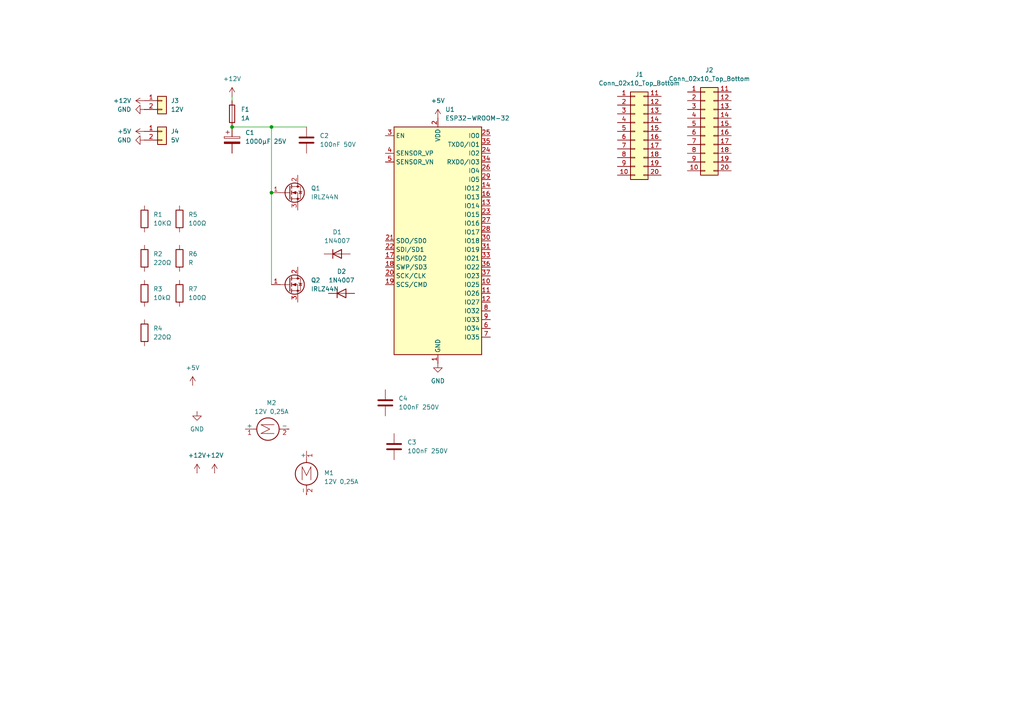
<source format=kicad_sch>
(kicad_sch (version 20250114) (generator "eeschema") (generator_version "9.0")
  (paper "A4")
  (lib_symbols
    (symbol "Connector_Generic:Conn_01x02" (pin_names (offset 1.016) (hide yes))
      (property "Reference" "J" (at 0 2.54 0))
      (property "Value" "Conn_01x02" (at 0 -5.08 0))
      (symbol "Conn_01x02_1_1"
        (rectangle (start -1.27 1.27) (end 1.27 -3.81) (stroke (width 0.254)) (fill (type background)))
        (rectangle (start -1.27 0.127) (end 0 -0.127) (stroke (width 0.1524)))
        (rectangle (start -1.27 -2.413) (end 0 -2.667) (stroke (width 0.1524)))
        (pin passive line (at -5.08 0 0) (length 3.81) (name "Pin_1") (number "1"))
        (pin passive line (at -5.08 -2.54 0) (length 3.81) (name "Pin_2") (number "2"))
      )
    )
    (symbol "Connector_Generic:Conn_02x10_Top_Bottom" (pin_names (offset 1.016) (hide yes))
      (property "Reference" "J" (at 1.27 12.7 0))
      (property "Value" "Conn_02x10_Top_Bottom" (at 1.27 -15.24 0))
      (symbol "Conn_02x10_Top_Bottom_1_1"
        (rectangle (start -1.27 11.43) (end 3.81 -13.97) (stroke (width 0.254)) (fill (type background)))
        (rectangle (start -1.27 10.287) (end 0 10.033) (stroke (width 0.1524)))
        (rectangle (start -1.27 7.747) (end 0 7.493) (stroke (width 0.1524)))
        (rectangle (start -1.27 5.207) (end 0 4.953) (stroke (width 0.1524)))
        (rectangle (start -1.27 2.667) (end 0 2.413) (stroke (width 0.1524)))
        (rectangle (start -1.27 0.127) (end 0 -0.127) (stroke (width 0.1524)))
        (rectangle (start -1.27 -2.413) (end 0 -2.667) (stroke (width 0.1524)))
        (rectangle (start -1.27 -4.953) (end 0 -5.207) (stroke (width 0.1524)))
        (rectangle (start -1.27 -7.493) (end 0 -7.747) (stroke (width 0.1524)))
        (rectangle (start -1.27 -10.033) (end 0 -10.287) (stroke (width 0.1524)))
        (rectangle (start -1.27 -12.573) (end 0 -12.827) (stroke (width 0.1524)))
        (rectangle (start 3.81 10.287) (end 2.54 10.033) (stroke (width 0.1524)))
        (rectangle (start 3.81 7.747) (end 2.54 7.493) (stroke (width 0.1524)))
        (rectangle (start 3.81 5.207) (end 2.54 4.953) (stroke (width 0.1524)))
        (rectangle (start 3.81 2.667) (end 2.54 2.413) (stroke (width 0.1524)))
        (rectangle (start 3.81 0.127) (end 2.54 -0.127) (stroke (width 0.1524)))
        (rectangle (start 3.81 -2.413) (end 2.54 -2.667) (stroke (width 0.1524)))
        (rectangle (start 3.81 -4.953) (end 2.54 -5.207) (stroke (width 0.1524)))
        (rectangle (start 3.81 -7.493) (end 2.54 -7.747) (stroke (width 0.1524)))
        (rectangle (start 3.81 -10.033) (end 2.54 -10.287) (stroke (width 0.1524)))
        (rectangle (start 3.81 -12.573) (end 2.54 -12.827) (stroke (width 0.1524)))
        (pin passive line (at -5.08 10.16 0) (length 3.81) (name "Pin_1") (number "1"))
        (pin passive line (at -5.08 7.62 0) (length 3.81) (name "Pin_2") (number "2"))
        (pin passive line (at -5.08 5.08 0) (length 3.81) (name "Pin_3") (number "3"))
        (pin passive line (at -5.08 2.54 0) (length 3.81) (name "Pin_4") (number "4"))
        (pin passive line (at -5.08 0 0) (length 3.81) (name "Pin_5") (number "5"))
        (pin passive line (at -5.08 -2.54 0) (length 3.81) (name "Pin_6") (number "6"))
        (pin passive line (at -5.08 -5.08 0) (length 3.81) (name "Pin_7") (number "7"))
        (pin passive line (at -5.08 -7.62 0) (length 3.81) (name "Pin_8") (number "8"))
        (pin passive line (at -5.08 -10.16 0) (length 3.81) (name "Pin_9") (number "9"))
        (pin passive line (at -5.08 -12.7 0) (length 3.81) (name "Pin_10") (number "10"))
        (pin passive line (at 7.62 10.16 180) (length 3.81) (name "Pin_11") (number "11"))
        (pin passive line (at 7.62 7.62 180) (length 3.81) (name "Pin_12") (number "12"))
        (pin passive line (at 7.62 5.08 180) (length 3.81) (name "Pin_13") (number "13"))
        (pin passive line (at 7.62 2.54 180) (length 3.81) (name "Pin_14") (number "14"))
        (pin passive line (at 7.62 0 180) (length 3.81) (name "Pin_15") (number "15"))
        (pin passive line (at 7.62 -2.54 180) (length 3.81) (name "Pin_16") (number "16"))
        (pin passive line (at 7.62 -5.08 180) (length 3.81) (name "Pin_17") (number "17"))
        (pin passive line (at 7.62 -7.62 180) (length 3.81) (name "Pin_18") (number "18"))
        (pin passive line (at 7.62 -10.16 180) (length 3.81) (name "Pin_19") (number "19"))
        (pin passive line (at 7.62 -12.7 180) (length 3.81) (name "Pin_20") (number "20"))
      )
    )
    (symbol "Device:C" (pin_numbers (hide yes)) (pin_names (offset 0.254))
      (property "Reference" "C" (at 0.635 2.54 0))
      (property "Value" "C" (at 0.635 -2.54 0))
      (symbol "C_0_1"
        (polyline (pts (xy -2.032 0.762) (xy 2.032 0.762)) (stroke (width 0.508)))
        (polyline (pts (xy -2.032 -0.762) (xy 2.032 -0.762)) (stroke (width 0.508)))
      )
      (symbol "C_1_1"
        (pin passive line (at 0 3.81 270) (length 2.794) (name "~") (number "1"))
        (pin passive line (at 0 -3.81 90) (length 2.794) (name "~") (number "2"))
      )
    )
    (symbol "Device:C_Polarized" (pin_numbers (hide yes)) (pin_names (offset 0.254))
      (property "Reference" "C" (at 0.635 2.54 0))
      (property "Value" "C_Polarized" (at 0.635 -2.54 0))
      (symbol "C_Polarized_0_1"
        (rectangle (start -2.286 0.508) (end 2.286 1.016))
        (polyline (pts (xy -1.778 2.286) (xy -0.762 2.286)))
        (polyline (pts (xy -1.27 2.794) (xy -1.27 1.778)))
        (rectangle (start 2.286 -0.508) (end -2.286 -1.016) (fill (type outline)))
      )
      (symbol "C_Polarized_1_1"
        (pin passive line (at 0 3.81 270) (length 2.794) (name "~") (number "1"))
        (pin passive line (at 0 -3.81 90) (length 2.794) (name "~") (number "2"))
      )
    )
    (symbol "Device:Fuse" (pin_numbers (hide yes)) (pin_names (offset 0))
      (property "Reference" "F" (at 2.032 0 90))
      (property "Value" "Fuse" (at -1.905 0 90))
      (symbol "Fuse_0_1"
        (rectangle (start -0.762 -2.54) (end 0.762 2.54) (stroke (width 0.254)))
        (polyline (pts (xy 0 2.54) (xy 0 -2.54)))
      )
      (symbol "Fuse_1_1"
        (pin passive line (at 0 3.81 270) (length 1.27) (name "~") (number "1"))
        (pin passive line (at 0 -3.81 90) (length 1.27) (name "~") (number "2"))
      )
    )
    (symbol "Device:R" (pin_numbers (hide yes)) (pin_names (offset 0))
      (property "Reference" "R" (at 2.032 0 90))
      (property "Value" "R" (at 0 0 90))
      (symbol "R_0_1"
        (rectangle (start -1.016 -2.54) (end 1.016 2.54) (stroke (width 0.254)))
      )
      (symbol "R_1_1"
        (pin passive line (at 0 3.81 270) (length 1.27) (name "~") (number "1"))
        (pin passive line (at 0 -3.81 90) (length 1.27) (name "~") (number "2"))
      )
    )
    (symbol "Diode:1N4007" (pin_numbers (hide yes)) (pin_names (hide yes))
      (property "Reference" "D" (at 0 2.54 0))
      (property "Value" "1N4007" (at 0 -2.54 0))
      (symbol "1N4007_0_1"
        (polyline (pts (xy -1.27 1.27) (xy -1.27 -1.27)) (stroke (width 0.254)))
        (polyline (pts (xy 1.27 1.27) (xy 1.27 -1.27) (xy -1.27 0) (xy 1.27 1.27)) (stroke (width 0.254)))
        (polyline (pts (xy 1.27 0) (xy -1.27 0)))
      )
      (symbol "1N4007_1_1"
        (pin passive line (at -3.81 0 0) (length 2.54) (name "K") (number "1"))
        (pin passive line (at 3.81 0 180) (length 2.54) (name "A") (number "2"))
      )
    )
    (symbol "Motor:Motor_DC" (pin_names (offset 0))
      (property "Reference" "M" (at 2.54 2.54 0))
      (property "Value" "Motor_DC" (at 2.54 -5.08 0))
      (symbol "Motor_DC_0_0"
        (polyline (pts (xy -1.27 -3.302) (xy -1.27 0.508) (xy 0 -2.032) (xy 1.27 0.508) (xy 1.27 -3.302)))
      )
      (symbol "Motor_DC_0_1"
        (polyline (pts (xy 0 2.032) (xy 0 2.54)))
        (polyline (pts (xy 0 1.7272) (xy 0 2.0828)))
        (circle (center 0 -1.524) (radius 3.2512) (stroke (width 0.254)))
        (polyline (pts (xy 0 -4.7752) (xy 0 -5.1816)))
        (polyline (pts (xy 0 -7.62) (xy 0 -7.112)))
      )
      (symbol "Motor_DC_1_1"
        (pin passive line (at 0 5.08 270) (length 2.54) (name "+") (number "1"))
        (pin passive line (at 0 -7.62 90) (length 2.54) (name "-") (number "2"))
      )
    )
    (symbol "RF_Module:ESP32-WROOM-32"
      (property "Reference" "U" (at -12.7 34.29 0))
      (property "Value" "ESP32-WROOM-32" (at 1.27 34.29 0))
      (symbol "ESP32-WROOM-32_0_1"
        (rectangle (start -12.7 33.02) (end 12.7 -33.02) (stroke (width 0.254)) (fill (type background)))
      )
      (symbol "ESP32-WROOM-32_1_1"
        (pin input line (at -15.24 30.48 0) (length 2.54) (name "EN") (number "3"))
        (pin input line (at -15.24 25.4 0) (length 2.54) (name "SENSOR_VP") (number "4"))
        (pin input line (at -15.24 22.86 0) (length 2.54) (name "SENSOR_VN") (number "5"))
        (pin bidirectional line (at -15.24 0 0) (length 2.54) (name "SDO/SD0") (number "21"))
        (pin bidirectional line (at -15.24 -2.54 0) (length 2.54) (name "SDI/SD1") (number "22"))
        (pin bidirectional line (at -15.24 -5.08 0) (length 2.54) (name "SHD/SD2") (number "17"))
        (pin bidirectional line (at -15.24 -7.62 0) (length 2.54) (name "SWP/SD3") (number "18"))
        (pin bidirectional line (at -15.24 -10.16 0) (length 2.54) (name "SCK/CLK") (number "20"))
        (pin bidirectional line (at -15.24 -12.7 0) (length 2.54) (name "SCS/CMD") (number "19"))
        (pin no_connect line (at -12.7 -27.94 0) (length 2.54) (hide yes) (name "NC") (number "32"))
        (pin power_in line (at 0 35.56 270) (length 2.54) (name "VDD") (number "2"))
        (pin power_in line (at 0 -35.56 90) (length 2.54) (name "GND") (number "1"))
        (pin passive line (at 0 -35.56 90) (length 2.54) (hide yes) (name "GND") (number "15"))
        (pin passive line (at 0 -35.56 90) (length 2.54) (hide yes) (name "GND") (number "38"))
        (pin passive line (at 0 -35.56 90) (length 2.54) (hide yes) (name "GND") (number "39"))
        (pin bidirectional line (at 15.24 30.48 180) (length 2.54) (name "IO0") (number "25"))
        (pin bidirectional line (at 15.24 27.94 180) (length 2.54) (name "TXD0/IO1") (number "35"))
        (pin bidirectional line (at 15.24 25.4 180) (length 2.54) (name "IO2") (number "24"))
        (pin bidirectional line (at 15.24 22.86 180) (length 2.54) (name "RXD0/IO3") (number "34"))
        (pin bidirectional line (at 15.24 20.32 180) (length 2.54) (name "IO4") (number "26"))
        (pin bidirectional line (at 15.24 17.78 180) (length 2.54) (name "IO5") (number "29"))
        (pin bidirectional line (at 15.24 15.24 180) (length 2.54) (name "IO12") (number "14"))
        (pin bidirectional line (at 15.24 12.7 180) (length 2.54) (name "IO13") (number "16"))
        (pin bidirectional line (at 15.24 10.16 180) (length 2.54) (name "IO14") (number "13"))
        (pin bidirectional line (at 15.24 7.62 180) (length 2.54) (name "IO15") (number "23"))
        (pin bidirectional line (at 15.24 5.08 180) (length 2.54) (name "IO16") (number "27"))
        (pin bidirectional line (at 15.24 2.54 180) (length 2.54) (name "IO17") (number "28"))
        (pin bidirectional line (at 15.24 0 180) (length 2.54) (name "IO18") (number "30"))
        (pin bidirectional line (at 15.24 -2.54 180) (length 2.54) (name "IO19") (number "31"))
        (pin bidirectional line (at 15.24 -5.08 180) (length 2.54) (name "IO21") (number "33"))
        (pin bidirectional line (at 15.24 -7.62 180) (length 2.54) (name "IO22") (number "36"))
        (pin bidirectional line (at 15.24 -10.16 180) (length 2.54) (name "IO23") (number "37"))
        (pin bidirectional line (at 15.24 -12.7 180) (length 2.54) (name "IO25") (number "10"))
        (pin bidirectional line (at 15.24 -15.24 180) (length 2.54) (name "IO26") (number "11"))
        (pin bidirectional line (at 15.24 -17.78 180) (length 2.54) (name "IO27") (number "12"))
        (pin bidirectional line (at 15.24 -20.32 180) (length 2.54) (name "IO32") (number "8"))
        (pin bidirectional line (at 15.24 -22.86 180) (length 2.54) (name "IO33") (number "9"))
        (pin input line (at 15.24 -25.4 180) (length 2.54) (name "IO34") (number "6"))
        (pin input line (at 15.24 -27.94 180) (length 2.54) (name "IO35") (number "7"))
      )
    )
    (symbol "Transistor_FET:IRLZ44N" (pin_names (hide yes))
      (property "Reference" "Q" (at 5.08 1.905 0))
      (property "Value" "IRLZ44N" (at 5.08 0 0))
      (symbol "IRLZ44N_0_1"
        (polyline (pts (xy 0.254 1.905) (xy 0.254 -1.905)) (stroke (width 0.254)))
        (polyline (pts (xy 0.254 0) (xy -2.54 0)))
        (polyline (pts (xy 0.762 2.286) (xy 0.762 1.27)) (stroke (width 0.254)))
        (polyline (pts (xy 0.762 0.508) (xy 0.762 -0.508)) (stroke (width 0.254)))
        (polyline (pts (xy 0.762 -1.27) (xy 0.762 -2.286)) (stroke (width 0.254)))
        (polyline (pts (xy 0.762 -1.778) (xy 3.302 -1.778) (xy 3.302 1.778) (xy 0.762 1.778)))
        (polyline (pts (xy 1.016 0) (xy 2.032 0.381) (xy 2.032 -0.381) (xy 1.016 0)) (fill (type outline)))
        (circle (center 1.651 0) (radius 2.794) (stroke (width 0.254)))
        (polyline (pts (xy 2.54 2.54) (xy 2.54 1.778)))
        (circle (center 2.54 1.778) (radius 0.254) (fill (type outline)))
        (circle (center 2.54 -1.778) (radius 0.254) (fill (type outline)))
        (polyline (pts (xy 2.54 -2.54) (xy 2.54 0) (xy 0.762 0)))
        (polyline (pts (xy 2.794 0.508) (xy 2.921 0.381) (xy 3.683 0.381) (xy 3.81 0.254)))
        (polyline (pts (xy 3.302 0.381) (xy 2.921 -0.254) (xy 3.683 -0.254) (xy 3.302 0.381)))
      )
      (symbol "IRLZ44N_1_1"
        (pin input line (at -5.08 0 0) (length 2.54) (name "G") (number "1"))
        (pin passive line (at 2.54 5.08 270) (length 2.54) (name "D") (number "2"))
        (pin passive line (at 2.54 -5.08 90) (length 2.54) (name "S") (number "3"))
      )
    )
    (symbol "power:+12V" (power) (pin_numbers (hide yes)) (pin_names (offset 0) (hide yes))
      (property "Value" "+12V" (at 0 3.556 0))
      (symbol "+12V_0_1"
        (polyline (pts (xy -0.762 1.27) (xy 0 2.54)))
        (polyline (pts (xy 0 2.54) (xy 0.762 1.27)))
        (polyline (pts (xy 0 0) (xy 0 2.54)))
      )
      (symbol "+12V_1_1"
        (pin power_in line (at 0 0 90) (length 0) (name "~") (number "1"))
      )
    )
    (symbol "power:+5V" (power) (pin_numbers (hide yes)) (pin_names (offset 0) (hide yes))
      (property "Value" "+5V" (at 0 3.556 0))
      (symbol "+5V_0_1"
        (polyline (pts (xy -0.762 1.27) (xy 0 2.54)))
        (polyline (pts (xy 0 2.54) (xy 0.762 1.27)))
        (polyline (pts (xy 0 0) (xy 0 2.54)))
      )
      (symbol "+5V_1_1"
        (pin power_in line (at 0 0 90) (length 0) (name "~") (number "1"))
      )
    )
    (symbol "power:GND" (power) (pin_numbers (hide yes)) (pin_names (offset 0) (hide yes))
      (property "Value" "GND" (at 0 -3.81 0))
      (symbol "GND_0_1"
        (polyline (pts (xy 0 0) (xy 0 -1.27) (xy 1.27 -1.27) (xy 0 -2.54) (xy -1.27 -1.27) (xy 0 -1.27)))
      )
      (symbol "GND_1_1"
        (pin power_in line (at 0 0 270) (length 0) (name "~") (number "1"))
      )
    )
  )
  (junction (at 78.74 55.88))
  (junction (at 78.74 36.83))
  (junction (at 67.31 36.83))
  (wire (pts (xy 67.31 29.21) (xy 67.31 27.94)))
  (wire (pts (xy 78.74 36.83) (xy 78.74 55.88)))
  (wire (pts (xy 78.74 36.83) (xy 88.9 36.83)))
  (wire (pts (xy 67.31 36.83) (xy 78.74 36.83)))
  (wire (pts (xy 78.74 55.88) (xy 78.74 82.55)))
  (symbol (lib_id "power:+12V") (at 41.91 29.21 90) (unit 1)
    (property "Reference" "#PWR08" (effects (hide yes)))
    (property "Value" "+12V" (at 38.1 29.2099 90) (effects (justify left)))
    (property "Description" "Power symbol creates a global label with name \"+12V\"" (effects (hide yes)))
  )
  (symbol (lib_id "power:+5V") (at 55.88 111.76 0) (unit 1)
    (property "Reference" "#PWR06" (effects (hide yes)))
    (property "Value" "+5V" (at 55.88 106.68 0))
    (property "Description" "Power symbol creates a global label with name \"+5V\"" (effects (hide yes)))
  )
  (symbol (lib_id "power:+12V") (at 57.15 137.16 0) (unit 1)
    (property "Reference" "#PWR010" (effects (hide yes)))
    (property "Value" "+12V" (at 57.15 132.08 0))
    (property "Description" "Power symbol creates a global label with name \"+12V\"" (effects (hide yes)))
  )
  (symbol (lib_id "power:GND") (at 57.15 119.38 0) (unit 1)
    (property "Reference" "#PWR01" (effects (hide yes)))
    (property "Value" "GND" (at 57.15 124.46 0))
    (property "Description" "Power symbol creates a global label with name \"GND\" , ground" (effects (hide yes)))
  )
  (symbol (lib_id "power:GND") (at 41.91 31.75 270) (unit 1)
    (property "Reference" "#PWR03" (effects (hide yes)))
    (property "Value" "GND" (at 38.1 31.7499 90) (effects (justify right)))
    (property "Description" "Power symbol creates a global label with name \"GND\" , ground" (effects (hide yes)))
  )
  (symbol (lib_id "power:+12V") (at 62.23 137.16 0) (unit 1)
    (property "Reference" "#PWR011" (effects (hide yes)))
    (property "Value" "+12V" (at 62.23 132.08 0))
    (property "Description" "Power symbol creates a global label with name \"+12V\"" (effects (hide yes)))
  )
  (symbol (lib_id "Device:C") (at 114.3 129.54 0) (unit 1)
    (property "Reference" "C3" (at 118.11 128.2699 0) (effects (justify left)))
    (property "Value" "100nF 250V" (at 118.11 130.8099 0) (effects (justify left)))
    (property "Description" "Unpolarized capacitor" (effects (hide yes)))
  )
  (symbol (lib_id "Motor:Motor_DC") (at 88.9 135.89 0) (unit 1)
    (property "Reference" "M1" (at 93.98 137.1599 0) (effects (justify left)))
    (property "Value" "12V 0,25A" (at 93.98 139.6999 0) (effects (justify left)))
    (property "Description" "DC Motor" (effects (hide yes)))
  )
  (symbol (lib_id "RF_Module:ESP32-WROOM-32") (at 127 69.85 0) (unit 1)
    (property "Reference" "U1" (at 129.1433 31.75 0) (effects (justify left)))
    (property "Value" "ESP32-WROOM-32" (at 129.1433 34.29 0) (effects (justify left)))
    (property "Footprint" "RF_Module:ESP32-WROOM-32" (effects (hide yes)))
    (property "Datasheet" "https://www.espressif.com/sites/default/files/documentation/esp32-wroom-32_datasheet_en.pdf" (effects (hide yes)))
    (property "Description" "RF Module, ESP32-D0WDQ6 SoC, Wi-Fi 802.11b/g/n, Bluetooth, BLE, 32-bit, 2.7-3.6V, onboard antenna, SMD" (effects (hide yes)))
  )
  (symbol (lib_id "Connector_Generic:Conn_01x02") (at 46.99 38.1 0) (unit 1)
    (property "Reference" "J4" (at 49.53 38.0999 0) (effects (justify left)))
    (property "Value" "5V" (at 49.53 40.6399 0) (effects (justify left)))
    (property "Description" "Generic connector, single row, 01x02, script generated (kicad-library-utils/schlib/autogen/connector/)" (effects (hide yes)))
  )
  (symbol (lib_id "power:+5V") (at 41.91 38.1 90) (unit 1)
    (property "Reference" "#PWR05" (effects (hide yes)))
    (property "Value" "+5V" (at 38.1 38.0999 90) (effects (justify left)))
    (property "Description" "Power symbol creates a global label with name \"+5V\"" (effects (hide yes)))
  )
  (symbol (lib_id "Device:Fuse") (at 67.31 33.02 0) (unit 1)
    (property "Reference" "F1" (at 69.85 31.7499 0) (effects (justify left)))
    (property "Value" "1A" (at 69.85 34.2899 0) (effects (justify left)))
    (property "Description" "Fuse" (effects (hide yes)))
  )
  (symbol (lib_id "Diode:1N4007") (at 97.79 73.66 0) (unit 1)
    (property "Reference" "D1" (at 97.79 67.31 0))
    (property "Value" "1N4007" (at 97.79 69.85 0))
    (property "Footprint" "Diode_THT:D_DO-41_SOD81_P10.16mm_Horizontal" (effects (hide yes)))
    (property "Datasheet" "http://www.vishay.com/docs/88503/1n4001.pdf" (effects (hide yes)))
    (property "Description" "1000V 1A General Purpose Rectifier Diode, DO-41" (effects (hide yes)))
    (property "Sim.Device" "D" (effects (hide yes)))
    (property "Sim.Pins" "1=K 2=A" (effects (hide yes)))
  )
  (symbol (lib_id "Connector_Generic:Conn_02x10_Top_Bottom") (at 184.15 38.1 0) (unit 1)
    (property "Reference" "J1" (at 185.42 21.59 0))
    (property "Value" "Conn_02x10_Top_Bottom" (at 185.42 24.13 0))
    (property "Description" "Generic connector, double row, 02x10, top/bottom pin numbering scheme (row 1: 1...pins_per_row, row2: pins_per_row+1 ... num_pins), script generated (kicad-library-utils/schlib/autogen/connector/)" (effects (hide yes)))
  )
  (symbol (lib_id "Transistor_FET:IRLZ44N") (at 83.82 82.55 0) (unit 1)
    (property "Reference" "Q2" (at 90.17 81.2799 0) (effects (justify left)))
    (property "Value" "IRLZ44N" (at 90.17 83.8199 0) (effects (justify left)))
    (property "Footprint" "Package_TO_SOT_THT:TO-220-3_Vertical" (effects (hide yes)))
    (property "Datasheet" "http://www.irf.com/product-info/datasheets/data/irlz44n.pdf" (effects (hide yes)))
    (property "Description" "47A Id, 55V Vds, 22mOhm Rds Single N-Channel HEXFET Power MOSFET, TO-220AB" (effects (hide yes)))
  )
  (symbol (lib_id "power:GND") (at 41.91 40.64 270) (unit 1)
    (property "Reference" "#PWR02" (effects (hide yes)))
    (property "Value" "GND" (at 38.1 40.6399 90) (effects (justify right)))
    (property "Description" "Power symbol creates a global label with name \"GND\" , ground" (effects (hide yes)))
  )
  (symbol (lib_id "Device:R") (at 52.07 85.09 0) (unit 1)
    (property "Reference" "R7" (at 54.61 83.8199 0) (effects (justify left)))
    (property "Value" "100Ω" (at 54.61 86.3599 0) (effects (justify left)))
    (property "Description" "Resistor" (effects (hide yes)))
  )
  (symbol (lib_id "Device:C_Polarized") (at 67.31 40.64 0) (unit 1)
    (property "Reference" "C1" (at 71.12 38.4809 0) (effects (justify left)))
    (property "Value" "1000µF 25V" (at 71.12 41.0209 0) (effects (justify left)))
    (property "Description" "Polarized capacitor" (effects (hide yes)))
  )
  (symbol (lib_id "Device:R") (at 52.07 63.5 0) (unit 1)
    (property "Reference" "R5" (at 54.61 62.2299 0) (effects (justify left)))
    (property "Value" "100Ω" (at 54.61 64.7699 0) (effects (justify left)))
    (property "Description" "Resistor" (effects (hide yes)))
  )
  (symbol (lib_id "power:+5V") (at 127 34.29 0) (unit 1)
    (property "Reference" "#PWR07" (effects (hide yes)))
    (property "Value" "+5V" (at 127 29.21 0))
    (property "Description" "Power symbol creates a global label with name \"+5V\"" (effects (hide yes)))
  )
  (symbol (lib_id "Transistor_FET:IRLZ44N") (at 83.82 55.88 0) (unit 1)
    (property "Reference" "Q1" (at 90.17 54.6099 0) (effects (justify left)))
    (property "Value" "IRLZ44N" (at 90.17 57.1499 0) (effects (justify left)))
    (property "Footprint" "Package_TO_SOT_THT:TO-220-3_Vertical" (effects (hide yes)))
    (property "Datasheet" "http://www.irf.com/product-info/datasheets/data/irlz44n.pdf" (effects (hide yes)))
    (property "Description" "47A Id, 55V Vds, 22mOhm Rds Single N-Channel HEXFET Power MOSFET, TO-220AB" (effects (hide yes)))
  )
  (symbol (lib_id "Device:C") (at 88.9 40.64 0) (unit 1)
    (property "Reference" "C2" (at 92.71 39.3699 0) (effects (justify left)))
    (property "Value" "100nF 50V" (at 92.71 41.9099 0) (effects (justify left)))
    (property "Description" "Unpolarized capacitor" (effects (hide yes)))
  )
  (symbol (lib_id "Device:R") (at 41.91 85.09 0) (unit 1)
    (property "Reference" "R3" (at 44.45 83.8199 0) (effects (justify left)))
    (property "Value" "10kΩ" (at 44.45 86.3599 0) (effects (justify left)))
    (property "Description" "Resistor" (effects (hide yes)))
  )
  (symbol (lib_id "Device:R") (at 41.91 74.93 0) (unit 1)
    (property "Reference" "R2" (at 44.45 73.6599 0) (effects (justify left)))
    (property "Value" "220Ω" (at 44.45 76.1999 0) (effects (justify left)))
    (property "Description" "Resistor" (effects (hide yes)))
  )
  (symbol (lib_id "Device:R") (at 41.91 96.52 0) (unit 1)
    (property "Reference" "R4" (at 44.45 95.2499 0) (effects (justify left)))
    (property "Value" "220Ω" (at 44.45 97.7899 0) (effects (justify left)))
    (property "Description" "Resistor" (effects (hide yes)))
  )
  (symbol (lib_id "Connector_Generic:Conn_01x02") (at 46.99 29.21 0) (unit 1)
    (property "Reference" "J3" (at 49.53 29.2099 0) (effects (justify left)))
    (property "Value" "12V" (at 49.53 31.7499 0) (effects (justify left)))
    (property "Description" "Generic connector, single row, 01x02, script generated (kicad-library-utils/schlib/autogen/connector/)" (effects (hide yes)))
  )
  (symbol (lib_id "Motor:Motor_DC") (at 76.2 124.46 90) (unit 1)
    (property "Reference" "M2" (at 78.74 116.84 90))
    (property "Value" "12V 0,25A" (at 78.74 119.38 90))
    (property "Description" "DC Motor" (effects (hide yes)))
  )
  (symbol (lib_id "Device:R") (at 41.91 63.5 0) (unit 1)
    (property "Reference" "R1" (at 44.45 62.2299 0) (effects (justify left)))
    (property "Value" "10KΩ" (at 44.45 64.7699 0) (effects (justify left)))
    (property "Description" "Resistor" (effects (hide yes)))
  )
  (symbol (lib_id "power:+12V") (at 67.31 27.94 0) (unit 1)
    (property "Reference" "#PWR09" (effects (hide yes)))
    (property "Value" "+12V" (at 67.31 22.86 0))
    (property "Description" "Power symbol creates a global label with name \"+12V\"" (effects (hide yes)))
  )
  (symbol (lib_id "Connector_Generic:Conn_02x10_Top_Bottom") (at 204.47 36.83 0) (unit 1)
    (property "Reference" "J2" (at 205.74 20.32 0))
    (property "Value" "Conn_02x10_Top_Bottom" (at 205.74 22.86 0))
    (property "Description" "Generic connector, double row, 02x10, top/bottom pin numbering scheme (row 1: 1...pins_per_row, row2: pins_per_row+1 ... num_pins), script generated (kicad-library-utils/schlib/autogen/connector/)" (effects (hide yes)))
  )
  (symbol (lib_id "power:GND") (at 127 105.41 0) (unit 1)
    (property "Reference" "#PWR04" (effects (hide yes)))
    (property "Value" "GND" (at 127 110.49 0))
    (property "Description" "Power symbol creates a global label with name \"GND\" , ground" (effects (hide yes)))
  )
  (symbol (lib_id "Device:R") (at 52.07 74.93 0) (unit 1)
    (property "Reference" "R6" (at 54.61 73.6599 0) (effects (justify left)))
    (property "Value" "R" (at 54.61 76.1999 0) (effects (justify left)))
    (property "Description" "Resistor" (effects (hide yes)))
  )
  (symbol (lib_id "Diode:1N4007") (at 99.06 85.09 0) (unit 1)
    (property "Reference" "D2" (at 99.06 78.74 0))
    (property "Value" "1N4007" (at 99.06 81.28 0))
    (property "Footprint" "Diode_THT:D_DO-41_SOD81_P10.16mm_Horizontal" (effects (hide yes)))
    (property "Datasheet" "http://www.vishay.com/docs/88503/1n4001.pdf" (effects (hide yes)))
    (property "Description" "1000V 1A General Purpose Rectifier Diode, DO-41" (effects (hide yes)))
    (property "Sim.Device" "D" (effects (hide yes)))
    (property "Sim.Pins" "1=K 2=A" (effects (hide yes)))
  )
  (symbol (lib_id "Device:C") (at 111.76 116.84 0) (unit 1)
    (property "Reference" "C4" (at 115.57 115.5699 0) (effects (justify left)))
    (property "Value" "100nF 250V" (at 115.57 118.1099 0) (effects (justify left)))
    (property "Description" "Unpolarized capacitor" (effects (hide yes)))
  )
)
</source>
